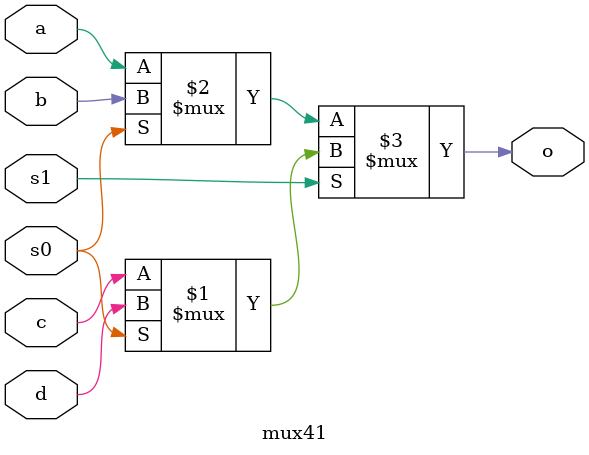
<source format=v>
module mux41(input wire a,b,c,d,s0,s1,output wire o);
assign o=s1?(s0?d:c):(s0?b:a);
endmodule

</source>
